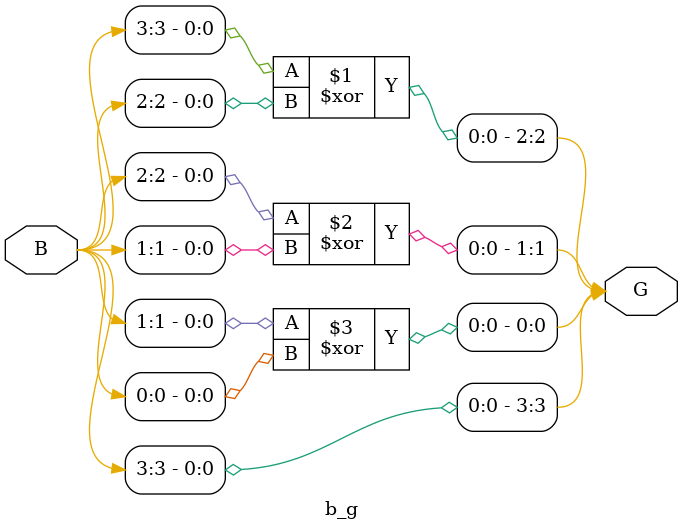
<source format=v>
module b_g(B, G);
    input  [3:0] B;
    output [3:0] G;


    assign G[3] = B[3];
    assign G[2] = B[3] ^ B[2];
    assign G[1] = B[2] ^ B[1];
    assign G[0] = B[1] ^ B[0];

endmodule
</source>
